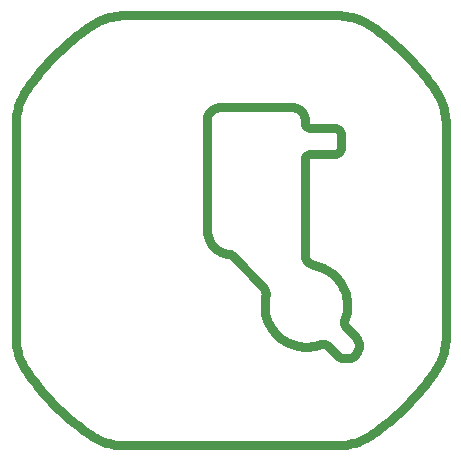
<source format=gm1>
G04*
G04 #@! TF.GenerationSoftware,Altium Limited,Altium Designer,20.0.13 (296)*
G04*
G04 Layer_Color=16711935*
%FSLAX25Y25*%
%MOIN*%
G70*
G01*
G75*
%ADD79C,0.03150*%
D79*
X3445Y118378D02*
X2909Y117551D01*
X2414Y116699D01*
X1963Y115823D01*
X1557Y114926D01*
X1196Y114009D01*
X881Y113076D01*
X613Y112128D01*
X393Y111168D01*
X222Y110197D01*
X99Y109220D01*
X25Y108238D01*
X0Y107253D01*
X24930Y139863D02*
X24120Y139301D01*
X23317Y138729D01*
X22521Y138148D01*
X21731Y137558D01*
X20949Y136958D01*
X20174Y136349D01*
X19407Y135730D01*
X18646Y135103D01*
X17894Y134466D01*
X17149Y133821D01*
X16411Y133167D01*
X15682Y132504D01*
X14960Y131832D01*
X14247Y131152D01*
X13541Y130463D01*
X12844Y129766D01*
X12156Y129061D01*
X11475Y128347D01*
X10804Y127626D01*
X10141Y126896D01*
X9487Y126159D01*
X8841Y125414D01*
X8205Y124661D01*
X7577Y123901D01*
X6959Y123133D01*
X6350Y122358D01*
X5750Y121576D01*
X5159Y120787D01*
X4578Y119990D01*
X4007Y119187D01*
X3445Y118378D01*
X36055Y143308D02*
X35070Y143283D01*
X34087Y143209D01*
X33110Y143086D01*
X32140Y142914D01*
X31180Y142694D01*
X30232Y142427D01*
X29298Y142112D01*
X28382Y141751D01*
X27484Y141344D01*
X26609Y140893D01*
X25756Y140399D01*
X24930Y139863D01*
X118377Y139863D02*
X117551Y140399D01*
X116699Y140893D01*
X115823Y141344D01*
X114925Y141751D01*
X114009Y142112D01*
X113075Y142427D01*
X112127Y142694D01*
X111167Y142914D01*
X110197Y143086D01*
X109220Y143209D01*
X108237Y143283D01*
X107253Y143308D01*
X139862Y118378D02*
X139300Y119187D01*
X138729Y119991D01*
X138148Y120787D01*
X137557Y121576D01*
X136957Y122358D01*
X136348Y123133D01*
X135730Y123901D01*
X135102Y124661D01*
X134466Y125414D01*
X133820Y126159D01*
X133166Y126896D01*
X132503Y127626D01*
X131832Y128347D01*
X131151Y129061D01*
X130463Y129766D01*
X129766Y130463D01*
X129060Y131152D01*
X128347Y131832D01*
X127625Y132504D01*
X126896Y133167D01*
X126159Y133821D01*
X125414Y134466D01*
X124661Y135103D01*
X123901Y135730D01*
X123133Y136349D01*
X122358Y136958D01*
X121576Y137558D01*
X120786Y138148D01*
X119990Y138729D01*
X119187Y139301D01*
X118377Y139863D01*
X143307Y107253D02*
X143282Y108238D01*
X143209Y109220D01*
X143086Y110197D01*
X142914Y111168D01*
X142694Y112128D01*
X142426Y113076D01*
X142111Y114009D01*
X141750Y114926D01*
X141344Y115823D01*
X140893Y116699D01*
X140398Y117551D01*
X139862Y118378D01*
Y24930D02*
X140398Y25757D01*
X140893Y26609D01*
X141344Y27485D01*
X141750Y28382D01*
X142111Y29299D01*
X142426Y30232D01*
X142694Y31180D01*
X142914Y32140D01*
X143086Y33110D01*
X143209Y34088D01*
X143282Y35070D01*
X143307Y36055D01*
X118377Y3445D02*
X119187Y4007D01*
X119990Y4579D01*
X120786Y5160D01*
X121576Y5750D01*
X122358Y6350D01*
X123133Y6960D01*
X123901Y7578D01*
X124661Y8205D01*
X125414Y8842D01*
X126159Y9487D01*
X126896Y10142D01*
X127625Y10804D01*
X128347Y11476D01*
X129060Y12156D01*
X129766Y12845D01*
X130463Y13542D01*
X131151Y14247D01*
X131832Y14961D01*
X132503Y15682D01*
X133166Y16412D01*
X133820Y17149D01*
X134466Y17894D01*
X135102Y18647D01*
X135730Y19407D01*
X136348Y20175D01*
X136958Y20950D01*
X137557Y21732D01*
X138148Y22521D01*
X138729Y23318D01*
X139301Y24121D01*
X139862Y24930D01*
X107252Y0D02*
X108237Y25D01*
X109220Y99D01*
X110197Y222D01*
X111167Y394D01*
X112127Y614D01*
X113075Y881D01*
X114009Y1196D01*
X114925Y1557D01*
X115823Y1964D01*
X116699Y2415D01*
X117551Y2909D01*
X118377Y3445D01*
X24930Y3445D02*
X25756Y2909D01*
X26609Y2415D01*
X27484Y1964D01*
X28382Y1557D01*
X29298Y1196D01*
X30232Y881D01*
X31180Y614D01*
X32140Y394D01*
X33110Y222D01*
X34087Y99D01*
X35070Y25D01*
X36055Y0D01*
X3445Y24930D02*
X4007Y24121D01*
X4578Y23317D01*
X5159Y22521D01*
X5750Y21732D01*
X6350Y20950D01*
X6959Y20175D01*
X7577Y19407D01*
X8205Y18647D01*
X8841Y17894D01*
X9487Y17149D01*
X10141Y16412D01*
X10804Y15682D01*
X11476Y14961D01*
X12156Y14247D01*
X12845Y13542D01*
X13542Y12845D01*
X14247Y12156D01*
X14960Y11476D01*
X15682Y10804D01*
X16411Y10141D01*
X17149Y9487D01*
X17894Y8842D01*
X18646Y8205D01*
X19407Y7578D01*
X20174Y6959D01*
X20949Y6350D01*
X21732Y5750D01*
X22521Y5160D01*
X23317Y4579D01*
X24120Y4007D01*
X24930Y3445D01*
X0Y36055D02*
X25Y35070D01*
X99Y34088D01*
X222Y33110D01*
X393Y32140D01*
X613Y31180D01*
X881Y30232D01*
X1196Y29299D01*
X1557Y28382D01*
X1963Y27485D01*
X2414Y26609D01*
X2909Y25757D01*
X3445Y24930D01*
X107009Y30174D02*
X107767Y29570D01*
X108641Y29149D01*
X109586Y28933D01*
X110556D01*
X111502Y29149D01*
X112375Y29570D01*
X113133Y30174D01*
X113738Y30932D01*
X114159Y31806D01*
X114375Y32752D01*
Y33721D01*
X114159Y34667D01*
X113738Y35541D01*
X113133Y36299D01*
X109536Y41566D02*
X109442Y40445D01*
X109977Y39456D01*
X109536Y41566D02*
X109868Y42512D01*
X110130Y43479D01*
X110321Y44463D01*
X110441Y45458D01*
X110487Y46459D01*
X110461Y47461D01*
X110362Y48458D01*
X110191Y49446D01*
X109948Y50418D01*
X109635Y51371D01*
X109255Y52298D01*
X108807Y53194D01*
X108296Y54056D01*
X107723Y54879D01*
X107092Y55657D01*
X106406Y56388D01*
X105669Y57067D01*
X104885Y57691D01*
X104057Y58256D01*
X103190Y58759D01*
X102289Y59198D01*
X101359Y59570D01*
X100404Y59874D01*
X99429Y60107D01*
X96269Y63967D02*
X96417Y62900D01*
X96848Y61913D01*
X97530Y61080D01*
X98412Y60462D01*
X99429Y60107D01*
X98238Y97024D02*
X97254Y96761D01*
X96533Y96040D01*
X96269Y95056D01*
X106506Y97024D02*
X107490Y97288D01*
X108210Y98009D01*
X108474Y98993D01*
Y103717D02*
X108210Y104701D01*
X107490Y105422D01*
X106506Y105686D01*
X96269Y107654D02*
X96533Y106670D01*
X97254Y105949D01*
X98238Y105686D01*
X96269Y108693D02*
X96135Y109712D01*
X95742Y110661D01*
X95116Y111477D01*
X94301Y112102D01*
X93351Y112496D01*
X92332Y112630D01*
X67716D02*
X66698Y112496D01*
X65748Y112102D01*
X64933Y111477D01*
X64307Y110661D01*
X63914Y109712D01*
X63779Y108693D01*
Y71654D02*
X63845Y70640D01*
X64041Y69642D01*
X64363Y68678D01*
X64807Y67764D01*
X65366Y66915D01*
X66029Y66144D01*
X66785Y65465D01*
X67623Y64890D01*
X68528Y64427D01*
X69485Y64085D01*
X70478Y63868D01*
X72674Y62759D02*
X72027Y63282D01*
X71284Y63658D01*
X70478Y63868D01*
X83258Y49594D02*
X83351Y50576D01*
X83196Y51550D01*
X82804Y52455D01*
X82200Y53234D01*
X83258Y49594D02*
X83078Y48617D01*
X82968Y47630D01*
X82929Y46637D01*
X82962Y45644D01*
X83067Y44656D01*
X83242Y43678D01*
X83488Y42715D01*
X83802Y41772D01*
X84184Y40855D01*
X84630Y39967D01*
X85139Y39114D01*
X85709Y38300D01*
X86336Y37528D01*
X87016Y36804D01*
X87747Y36131D01*
X88525Y35513D01*
X89345Y34952D01*
X90204Y34452D01*
X91096Y34014D01*
X92017Y33643D01*
X92963Y33338D01*
X93929Y33103D01*
X94908Y32938D01*
X95898Y32843D01*
X96891Y32821D01*
X97883Y32870D01*
X98870Y32990D01*
X99845Y33181D01*
X100804Y33442D01*
X101741Y33771D01*
X103852Y33331D02*
X102862Y33866D01*
X101741Y33771D01*
X36055Y143308D02*
X107252D01*
X143307Y36055D02*
Y107253D01*
X36055Y0D02*
X107252D01*
X0Y36055D02*
Y107253D01*
X109977Y39456D02*
X113133Y36299D01*
X96269Y63967D02*
Y95056D01*
X98238Y97024D02*
X106506D01*
X108474Y98993D02*
Y103717D01*
X98238Y105686D02*
X106506D01*
X96269Y107654D02*
Y108693D01*
X67716Y112630D02*
X92332D01*
X63779Y71654D02*
Y108693D01*
X72674Y62759D02*
X82200Y53234D01*
X103852Y33331D02*
X107009Y30174D01*
M02*

</source>
